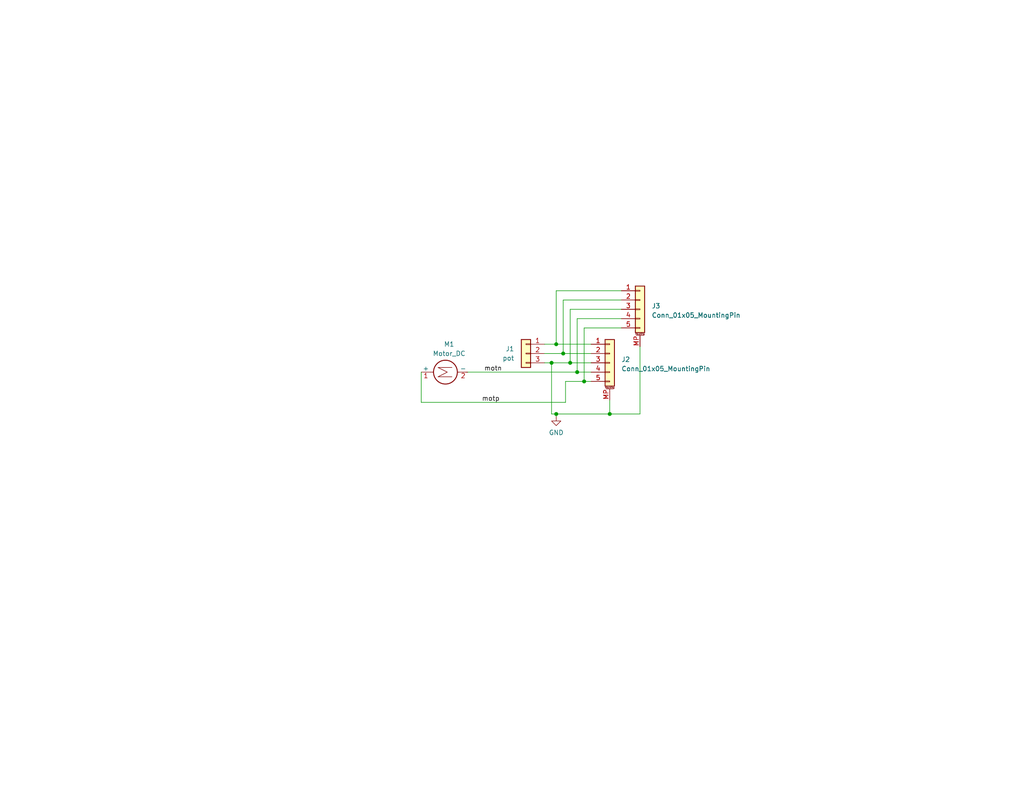
<source format=kicad_sch>
(kicad_sch (version 20230121) (generator eeschema)
  (paper "USLetter")
  (lib_symbols
    (symbol "Connector_Generic:Conn_01x03" (pin_names (offset 1.016) hide)
      (property "Reference" "J" (at 0 5.08 0))
      (property "Value" "Conn_01x03" (at 0 -5.08 0))
      (symbol "Conn_01x03_1_1"
        (rectangle (start -1.27 -2.413) (end 0 -2.667) (stroke (width 0.1524)))
        (rectangle (start -1.27 0.127) (end 0 -0.127) (stroke (width 0.1524)))
        (rectangle (start -1.27 2.667) (end 0 2.413) (stroke (width 0.1524)))
        (rectangle (start -1.27 3.81) (end 1.27 -3.81) (stroke (width 0.254)) (fill (type background)))
        (pin passive line (at -5.08 2.54 0) (length 3.81) (name "Pin_1") (number "1"))
        (pin passive line (at -5.08 0 0) (length 3.81) (name "Pin_2") (number "2"))
        (pin passive line (at -5.08 -2.54 0) (length 3.81) (name "Pin_3") (number "3"))
      )
    )
    (symbol "Connector_Generic_MountingPin:Conn_01x05_MountingPin" (pin_names (offset 1.016) hide)
      (property "Reference" "J" (at 0 7.62 0))
      (property "Value" "Conn_01x05_MountingPin" (at 1.27 -7.62 0))
      (symbol "Conn_01x05_MountingPin_1_1"
        (rectangle (start -1.27 -4.953) (end 0 -5.207) (stroke (width 0.1524)))
        (rectangle (start -1.27 -2.413) (end 0 -2.667) (stroke (width 0.1524)))
        (rectangle (start -1.27 0.127) (end 0 -0.127) (stroke (width 0.1524)))
        (rectangle (start -1.27 2.667) (end 0 2.413) (stroke (width 0.1524)))
        (rectangle (start -1.27 5.207) (end 0 4.953) (stroke (width 0.1524)))
        (rectangle (start -1.27 6.35) (end 1.27 -6.35) (stroke (width 0.254)) (fill (type background)))
        (polyline (pts (xy -1.016 -7.112) (xy 1.016 -7.112)) (stroke (width 0.1524)))
        (text "Mounting" (at 0 -6.731 0) (effects (font (size 0.381 0.381))))
        (pin passive line (at -5.08 5.08 0) (length 3.81) (name "Pin_1") (number "1"))
        (pin passive line (at -5.08 2.54 0) (length 3.81) (name "Pin_2") (number "2"))
        (pin passive line (at -5.08 0 0) (length 3.81) (name "Pin_3") (number "3"))
        (pin passive line (at -5.08 -2.54 0) (length 3.81) (name "Pin_4") (number "4"))
        (pin passive line (at -5.08 -5.08 0) (length 3.81) (name "Pin_5") (number "5"))
        (pin passive line (at 0 -10.16 90) (length 3.048) (name "MountPin") (number "MP"))
      )
    )
    (symbol "Motor:Motor_DC" (pin_names (offset 0))
      (property "Reference" "M" (at 2.54 2.54 0))
      (property "Value" "Motor_DC" (at 2.54 -5.08 0))
      (symbol "Motor_DC_0_0"
        (polyline (pts (xy -1.27 -3.302) (xy -1.27 0.508) (xy 0 -2.032) (xy 1.27 0.508) (xy 1.27 -3.302)))
      )
      (symbol "Motor_DC_0_1"
        (circle (center 0 -1.524) (radius 3.2512) (stroke (width 0.254)))
        (polyline (pts (xy 0 -7.62) (xy 0 -7.112)))
        (polyline (pts (xy 0 -4.7752) (xy 0 -5.1816)))
        (polyline (pts (xy 0 1.7272) (xy 0 2.0828)))
        (polyline (pts (xy 0 2.032) (xy 0 2.54)))
      )
      (symbol "Motor_DC_1_1"
        (pin passive line (at 0 5.08 270) (length 2.54) (name "+") (number "1"))
        (pin passive line (at 0 -7.62 90) (length 2.54) (name "-") (number "2"))
      )
    )
    (symbol "power:GND" (power) (pin_names (offset 0))
      (property "Value" "GND" (at 0 -3.81 0))
      (symbol "GND_0_1"
        (polyline (pts (xy 0 0) (xy 0 -1.27) (xy 1.27 -1.27) (xy 0 -2.54) (xy -1.27 -1.27) (xy 0 -1.27)))
      )
      (symbol "GND_1_1"
        (pin power_in line (at 0 0 270) (length 0) hide (name "GND") (number "1"))
      )
    )
  )
  (junction (at 157.48 101.6))
  (junction (at 151.765 113.03))
  (junction (at 155.575 99.06))
  (junction (at 153.67 96.52))
  (junction (at 166.37 113.03))
  (junction (at 150.495 99.06))
  (junction (at 151.765 93.98))
  (junction (at 159.385 104.14))
  (wire (pts (xy 153.67 81.915) (xy 153.67 96.52)))
  (wire (pts (xy 148.59 93.98) (xy 151.765 93.98)))
  (wire (pts (xy 150.495 99.06) (xy 150.495 113.03)))
  (wire (pts (xy 169.545 89.535) (xy 159.385 89.535)))
  (wire (pts (xy 150.495 113.03) (xy 151.765 113.03)))
  (wire (pts (xy 155.575 99.06) (xy 161.29 99.06)))
  (wire (pts (xy 169.545 86.995) (xy 157.48 86.995)))
  (wire (pts (xy 153.67 96.52) (xy 161.29 96.52)))
  (wire (pts (xy 174.625 94.615) (xy 174.625 113.03)))
  (wire (pts (xy 151.765 113.03) (xy 166.37 113.03)))
  (wire (pts (xy 169.545 79.375) (xy 151.765 79.375)))
  (wire (pts (xy 151.765 93.98) (xy 161.29 93.98)))
  (wire (pts (xy 159.385 104.14) (xy 154.305 104.14)))
  (wire (pts (xy 166.37 113.03) (xy 166.37 109.22)))
  (wire (pts (xy 148.59 99.06) (xy 150.495 99.06)))
  (wire (pts (xy 157.48 86.995) (xy 157.48 101.6)))
  (wire (pts (xy 166.37 113.03) (xy 174.625 113.03)))
  (wire (pts (xy 155.575 84.455) (xy 155.575 99.06)))
  (wire (pts (xy 114.935 109.855) (xy 114.935 101.6)))
  (wire (pts (xy 150.495 99.06) (xy 155.575 99.06)))
  (wire (pts (xy 159.385 104.14) (xy 161.29 104.14)))
  (wire (pts (xy 127.635 101.6) (xy 157.48 101.6)))
  (wire (pts (xy 148.59 96.52) (xy 153.67 96.52)))
  (wire (pts (xy 159.385 89.535) (xy 159.385 104.14)))
  (wire (pts (xy 169.545 84.455) (xy 155.575 84.455)))
  (wire (pts (xy 169.545 81.915) (xy 153.67 81.915)))
  (wire (pts (xy 114.935 109.855) (xy 154.305 109.855)))
  (wire (pts (xy 154.305 104.14) (xy 154.305 109.855)))
  (wire (pts (xy 151.765 113.03) (xy 151.765 113.665)))
  (wire (pts (xy 151.765 79.375) (xy 151.765 93.98)))
  (wire (pts (xy 157.48 101.6) (xy 161.29 101.6)))
  (label "motn" (at 132.08 101.6 0))
  (label "motp" (at 131.445 109.855 0))
  (symbol (lib_id "Connector_Generic_MountingPin:Conn_01x05_MountingPin") (at 166.37 99.06 0) (unit 1)
    (property "Reference" "J2" (at 169.545 98.1456 0) (effects (justify left)))
    (property "Value" "Conn_01x05_MountingPin" (at 169.545 100.6856 0) (effects (justify left)))
    (property "Footprint" "Connector_JST:JST_SH_BM05B-SRSS-TB_1x05-1MP_P1.00mm_Vertical" (effects hide))
  )
  (symbol (lib_id "Connector_Generic:Conn_01x03") (at 143.51 96.52 0) (mirror y) (unit 1)
    (property "Reference" "J1" (at 140.335 95.25 0) (effects (justify left)))
    (property "Value" "pot" (at 140.335 97.79 0) (effects (justify left)))
    (property "Footprint" "Connector_PinHeader_2.54mm:PinHeader_1x03_P2.54mm_Vertical" (effects hide))
  )
  (symbol (lib_id "power:GND") (at 151.765 113.665 0) (unit 1)
    (property "Reference" "#PWR01" (effects hide))
    (property "Value" "GND" (at 151.765 118.11 0))
  )
  (symbol (lib_id "Motor:Motor_DC") (at 120.015 101.6 90) (unit 1)
    (property "Reference" "M1" (at 122.555 93.98 90))
    (property "Value" "Motor_DC" (at 122.555 96.52 90))
    (property "Footprint" "sg90:sg90_motor" (effects hide))
  )
  (symbol (lib_id "Connector_Generic_MountingPin:Conn_01x05_MountingPin") (at 174.625 84.455 0) (unit 1)
    (property "Reference" "J3" (at 177.8 83.5406 0) (effects (justify left)))
    (property "Value" "Conn_01x05_MountingPin" (at 177.8 86.0806 0) (effects (justify left)))
    (property "Footprint" "Connector_JST:JST_SH_SM05B-SRSS-TB_1x05-1MP_P1.00mm_Horizontal" (effects hide))
  )
)
</source>
